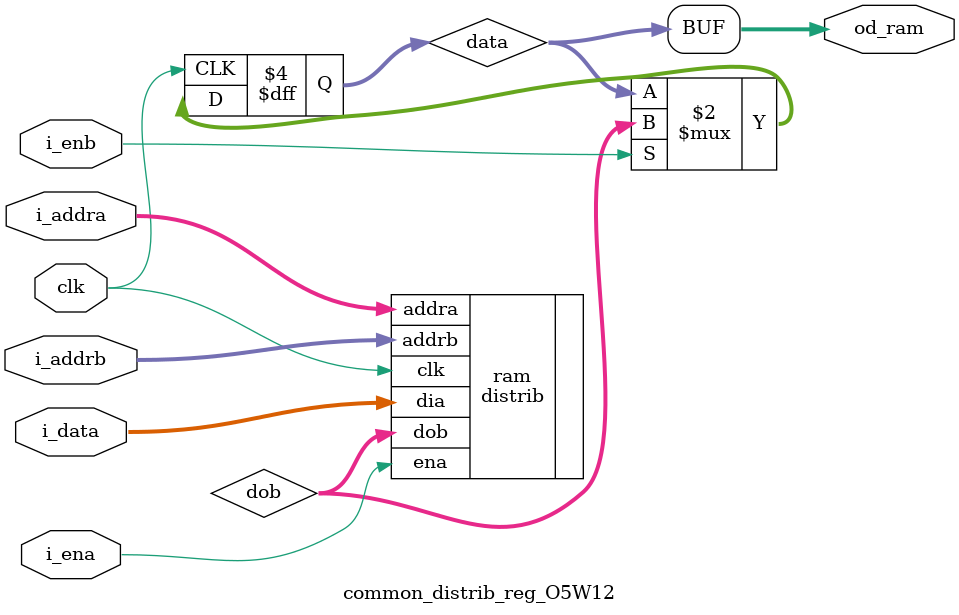
<source format=sv>
`timescale 100ps/100ps

(* keep_hierarchy = "yes" *) module common_distrib_reg_O5W12 (
    input  bit clk,
    input  bit i_ena,
    input  bit [4:0] i_addra,
    input  bit [11:0] i_data,
    input  bit i_enb,
    input  bit [4:0] i_addrb,
    output bit [11:0] od_ram
);


///////////////////////////////////////////////////////////
///////////////////////////////////////////////////////////
bit [11:0] data;
bit [11:0] dob;

distrib #(
    .ORDER               (5),
    .WIDTH               (12))
ram (
    .clk                 (clk),
    .ena                 (i_ena),
    .addra               (i_addra),
    .dia                 (i_data),
    .addrb               (i_addrb),
    .dob                 (dob));


///////////////////////////////////////////////////////////
///////////////////////////////////////////////////////////
always_ff @(posedge clk)
begin
    if (i_enb) begin
        data <= dob;
    end
end
assign od_ram = data;

endmodule
</source>
